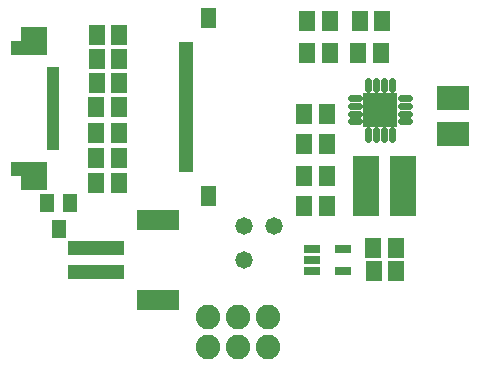
<source format=gbr>
G04 EAGLE Gerber RS-274X export*
G75*
%MOMM*%
%FSLAX34Y34*%
%LPD*%
%INSoldermask Bottom*%
%IPPOS*%
%AMOC8*
5,1,8,0,0,1.08239X$1,22.5*%
G01*
%ADD10R,4.803200X1.203200*%
%ADD11R,3.603200X1.803200*%
%ADD12R,1.443200X1.703200*%
%ADD13R,2.703200X2.153200*%
%ADD14R,1.203200X1.603200*%
%ADD15R,2.203200X5.203200*%
%ADD16R,2.903200X2.903200*%
%ADD17C,0.553200*%
%ADD18C,1.111200*%
%ADD19R,1.403200X0.753200*%
%ADD20R,1.203200X0.503200*%
%ADD21R,1.203200X1.203200*%
%ADD22C,2.082800*%
%ADD23C,1.473200*%
%ADD24R,1.003200X0.503200*%
%ADD25R,2.200000X1.150000*%
%ADD26R,3.050000X1.300000*%

G36*
X207275Y309059D02*
X207275Y309059D01*
X207275Y309060D01*
X207275Y325560D01*
X207271Y325565D01*
X207270Y325565D01*
X194270Y325565D01*
X194265Y325561D01*
X194265Y325560D01*
X194265Y309060D01*
X194269Y309055D01*
X194270Y309055D01*
X207270Y309055D01*
X207275Y309059D01*
G37*
G36*
X207275Y158559D02*
X207275Y158559D01*
X207275Y158560D01*
X207275Y175060D01*
X207271Y175065D01*
X207270Y175065D01*
X194270Y175065D01*
X194265Y175061D01*
X194265Y175060D01*
X194265Y158560D01*
X194269Y158555D01*
X194270Y158555D01*
X207270Y158555D01*
X207275Y158559D01*
G37*
D10*
X105700Y102300D03*
X105700Y122300D03*
D11*
X157700Y78300D03*
X157700Y146300D03*
D12*
X284180Y287980D03*
X303180Y287980D03*
X124740Y283030D03*
X105740Y283030D03*
X284180Y314650D03*
X303180Y314650D03*
X124384Y177472D03*
X105384Y177472D03*
X300640Y158440D03*
X281640Y158440D03*
D13*
X407360Y249382D03*
X407360Y218882D03*
D12*
X340060Y122372D03*
X359060Y122372D03*
X124384Y198554D03*
X105384Y198554D03*
X124486Y220292D03*
X105486Y220292D03*
X124740Y303350D03*
X105740Y303350D03*
D14*
X73716Y139106D03*
X83216Y161106D03*
X64216Y161106D03*
D15*
X333560Y174950D03*
X365560Y174950D03*
D12*
X281640Y210510D03*
X300640Y210510D03*
X300640Y235910D03*
X281640Y235910D03*
X124740Y262710D03*
X105740Y262710D03*
X105638Y241988D03*
X124638Y241988D03*
X281640Y183840D03*
X300640Y183840D03*
X328630Y314650D03*
X347630Y314650D03*
X327360Y287980D03*
X346360Y287980D03*
X340314Y103068D03*
X359314Y103068D03*
D16*
X345750Y239720D03*
D17*
X363250Y249470D02*
X370250Y249470D01*
X370250Y242970D02*
X363250Y242970D01*
X363250Y236470D02*
X370250Y236470D01*
X370250Y229970D02*
X363250Y229970D01*
X355500Y222220D02*
X355500Y215220D01*
X349000Y215220D02*
X349000Y222220D01*
X342500Y222220D02*
X342500Y215220D01*
X336000Y215220D02*
X336000Y222220D01*
X328250Y229970D02*
X321250Y229970D01*
X321250Y236470D02*
X328250Y236470D01*
X328250Y242970D02*
X321250Y242970D01*
X321250Y249470D02*
X328250Y249470D01*
X336000Y257220D02*
X336000Y264220D01*
X342500Y264220D02*
X342500Y257220D01*
X349000Y257220D02*
X349000Y264220D01*
X355500Y264220D02*
X355500Y257220D01*
D18*
X345750Y239720D03*
X354750Y248720D03*
X336750Y248720D03*
X336750Y230720D03*
X354750Y230720D03*
D19*
X288299Y103220D03*
X288299Y112720D03*
X288299Y122220D03*
X314301Y122220D03*
X314301Y103220D03*
D20*
X181770Y234560D03*
X181770Y249560D03*
X181770Y239560D03*
X181770Y254560D03*
X181770Y229560D03*
X181770Y264560D03*
X181770Y209560D03*
X181770Y274560D03*
X181770Y199560D03*
X181770Y284560D03*
X181770Y289560D03*
X181770Y194560D03*
X181770Y294560D03*
X181770Y244560D03*
X181770Y204560D03*
X181770Y189560D03*
D21*
X200770Y317310D03*
X200770Y166810D03*
D20*
X181770Y279560D03*
X181770Y219560D03*
X181770Y269560D03*
X181770Y214560D03*
X181770Y259560D03*
X181770Y224560D03*
D22*
X200180Y38900D03*
X200180Y64300D03*
X225580Y38900D03*
X225580Y64300D03*
X250980Y38900D03*
X250980Y64300D03*
D23*
X230820Y141460D03*
X256220Y141498D03*
X230566Y112834D03*
D24*
X69196Y208292D03*
X69196Y213292D03*
X69196Y218292D03*
X69196Y223292D03*
X69196Y228292D03*
X69196Y233292D03*
X69196Y238292D03*
X69196Y243292D03*
X69196Y248292D03*
X69196Y253292D03*
X69196Y258292D03*
X69196Y263292D03*
X69196Y268292D03*
X69196Y273292D03*
D25*
X53196Y304042D03*
D26*
X48946Y292292D03*
D25*
X53196Y177542D03*
D26*
X48946Y189292D03*
M02*

</source>
